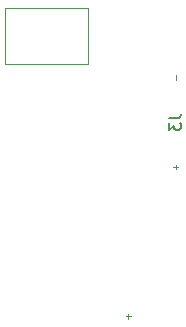
<source format=gbr>
G04 #@! TF.GenerationSoftware,KiCad,Pcbnew,(5.1.5)-3*
G04 #@! TF.CreationDate,2020-03-30T16:28:43-04:00*
G04 #@! TF.ProjectId,amp,616d702e-6b69-4636-9164-5f7063625858,0.6.0*
G04 #@! TF.SameCoordinates,Original*
G04 #@! TF.FileFunction,Legend,Bot*
G04 #@! TF.FilePolarity,Positive*
%FSLAX46Y46*%
G04 Gerber Fmt 4.6, Leading zero omitted, Abs format (unit mm)*
G04 Created by KiCad (PCBNEW (5.1.5)-3) date 2020-03-30 16:28:43*
%MOMM*%
%LPD*%
G04 APERTURE LIST*
%ADD10C,0.100000*%
%ADD11C,0.150000*%
G04 APERTURE END LIST*
D10*
X105600000Y-34450000D02*
X98550000Y-34450000D01*
X105600000Y-39150000D02*
X105600000Y-34450000D01*
X98550000Y-39150000D02*
X105600000Y-39150000D01*
X98550000Y-34450000D02*
X98550000Y-39150000D01*
X108809523Y-60535714D02*
X109190476Y-60535714D01*
X109000000Y-60726190D02*
X109000000Y-60345238D01*
X113035714Y-40490476D02*
X113035714Y-40109523D01*
X112809523Y-47885714D02*
X113190476Y-47885714D01*
X113000000Y-48076190D02*
X113000000Y-47695238D01*
D11*
X112452380Y-43761666D02*
X113166666Y-43761666D01*
X113309523Y-43714047D01*
X113404761Y-43618809D01*
X113452380Y-43475952D01*
X113452380Y-43380714D01*
X112452380Y-44142619D02*
X112452380Y-44761666D01*
X112833333Y-44428333D01*
X112833333Y-44571190D01*
X112880952Y-44666428D01*
X112928571Y-44714047D01*
X113023809Y-44761666D01*
X113261904Y-44761666D01*
X113357142Y-44714047D01*
X113404761Y-44666428D01*
X113452380Y-44571190D01*
X113452380Y-44285476D01*
X113404761Y-44190238D01*
X113357142Y-44142619D01*
M02*

</source>
